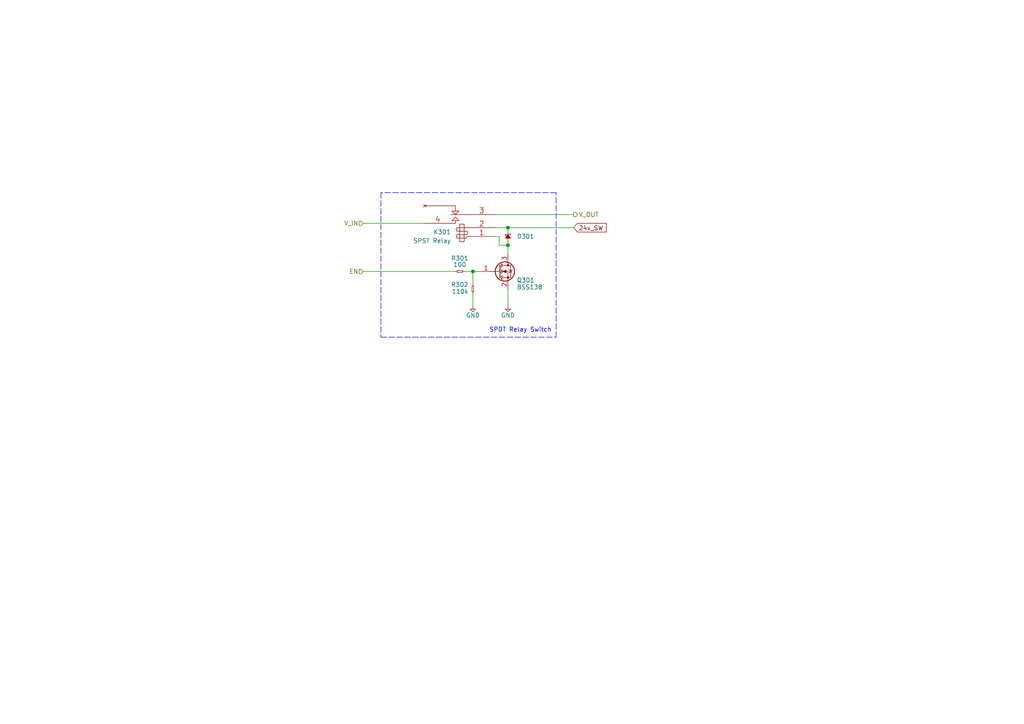
<source format=kicad_sch>
(kicad_sch (version 20211123) (generator eeschema)
  (paper "A4")
  (title_block (title "PROJECT ROYALE") (date "2021-10-23") (rev "1.0") (company "Cambridge University Spaceflight") (comment 1 "Drawn By Henry Franks"))
  (lib_symbols
    (symbol "royale:BSS138" (pin_names hide)
      (property "Reference" "Q" (at 5.08 1.905 0))
      (property "Value" "royale_BSS138" (at 5.08 0 0))
      (symbol "BSS138_0_1"
        (polyline (pts (xy 0.254 0) (xy -2.54 0)))
        (polyline (pts (xy 0.254 1.905) (xy 0.254 -1.905)) (stroke (width 0.254)))
        (polyline (pts (xy 0.762 -1.27) (xy 0.762 -2.286)) (stroke (width 0.254)))
        (polyline (pts (xy 0.762 0.508) (xy 0.762 -0.508)) (stroke (width 0.254)))
        (polyline (pts (xy 0.762 2.286) (xy 0.762 1.27)) (stroke (width 0.254)))
        (polyline (pts (xy 2.54 2.54) (xy 2.54 1.778)))
        (polyline (pts (xy 2.54 -2.54) (xy 2.54 0) (xy 0.762 0)))
        (polyline (pts (xy 0.762 -1.778) (xy 3.302 -1.778) (xy 3.302 1.778) (xy 0.762 1.778)))
        (polyline (pts (xy 1.016 0) (xy 2.032 0.381) (xy 2.032 -0.381) (xy 1.016 0)) (fill (type outline)))
        (polyline (pts (xy 2.794 0.508) (xy 2.921 0.381) (xy 3.683 0.381) (xy 3.81 0.254)))
        (polyline (pts (xy 3.302 0.381) (xy 2.921 -0.254) (xy 3.683 -0.254) (xy 3.302 0.381)))
        (circle (center 1.651 0) (radius 2.794) (stroke (width 0.254)))
        (circle (center 2.54 -1.778) (radius 0.254) (fill (type outline)))
        (circle (center 2.54 1.778) (radius 0.254) (fill (type outline)))
      )
      (symbol "BSS138_1_1"
        (pin input line (at -5.08 0 0) (length 2.54) (name "G") (number "1"))
        (pin passive line (at 2.54 -5.08 90) (length 2.54) (name "S") (number "2"))
        (pin passive line (at 2.54 5.08 270) (length 2.54) (name "D") (number "3"))
      )
    )
    (symbol "royale:Diode_Schottky" (pin_numbers hide) (pin_names (offset 1.016) hide)
      (property "Reference" "D" (at 1.27 1.778 0))
      (symbol "Diode_Schottky_0_1"
        (polyline (pts (xy 0.762 0.762) (xy 0.762 -0.762)))
        (polyline (pts (xy 0.762 -0.762) (xy 1.016 -0.762) (xy 1.016 -0.508)))
        (polyline (pts (xy 0.762 0.762) (xy 0.508 0.762) (xy 0.508 0.508)))
        (polyline (pts (xy 1.778 0.762) (xy 0.762 0) (xy 1.778 -0.762) (xy 1.778 0.762)) (fill (type outline)))
      )
      (symbol "Diode_Schottky_1_1"
        (pin passive line (at 0 0 0) (length 0.762) (name "~") (number "1"))
        (pin passive line (at 2.54 0 180) (length 0.762) (name "~") (number "2"))
      )
    )
    (symbol "royale:GND" (power) (pin_numbers hide) (pin_names (offset 1.016) hide)
      (property "Value" "royale_GND" (at 0 -2.54 0))
      (symbol "GND_0_1"
        (polyline (pts (xy 0 0) (xy 0 -0.762)))
        (polyline (pts (xy -0.762 -0.762) (xy 0.762 -0.762) (xy 0 -1.524) (xy -0.762 -0.762)) (fill (type background)))
      )
      (symbol "GND_1_1"
        (pin power_in line (at 0 0 180) (length 0) hide (name "GND") (number "1"))
      )
    )
    (symbol "royale:R" (pin_numbers hide) (pin_names (offset 1.016) hide)
      (property "Reference" "R" (at 1.27 1.27 0))
      (property "Value" "royale_R" (at 1.27 -1.27 0))
      (symbol "R_0_1"
        (rectangle (start 0.508 0.254) (end 2.032 -0.254) (fill (type background)))
      )
      (symbol "R_1_1"
        (pin passive line (at 0 0 0) (length 0.508) (name "~") (number "1"))
        (pin passive line (at 2.54 0 180) (length 0.508) (name "~") (number "2"))
      )
    )
    (symbol "royale:Relay_SPST" (pin_names (offset 1.016) hide)
      (property "Reference" "K" (at -1.27 10.16 0))
      (property "Value" "Relay_SPST" (at 0 -3.81 0))
      (symbol "Relay_SPST_0_1"
        (polyline (pts (xy -2.54 0) (xy -2.286 0)))
        (polyline (pts (xy -2.54 2.54) (xy -1.27 2.54)))
        (polyline (pts (xy -2.286 0) (xy -1.778 -0.4826)))
        (polyline (pts (xy -2.286 0.7874) (xy -2.286 1.27)))
        (polyline (pts (xy -2.032 0.508) (xy -2.286 0.7874)))
        (polyline (pts (xy -2.032 1.524) (xy -2.286 1.27)))
        (polyline (pts (xy -1.778 -0.4826) (xy -1.27 -0.4826)))
        (polyline (pts (xy -1.27 -1.524) (xy -1.27 3.5814)))
        (polyline (pts (xy -1.27 0.508) (xy -2.032 0.508)))
        (polyline (pts (xy -1.27 0.508) (xy 0 0.508)))
        (polyline (pts (xy -1.27 1.524) (xy -2.032 1.524)))
        (polyline (pts (xy -1.27 2.54) (xy 0 2.54)))
        (polyline (pts (xy -1.27 3.5814) (xy 0 3.5814)))
        (polyline (pts (xy 0 -1.524) (xy -1.27 -1.524)))
        (polyline (pts (xy 0 -0.4826) (xy -1.27 -0.4826)))
        (polyline (pts (xy 0 -0.4826) (xy 0.7366 -0.4826)))
        (polyline (pts (xy 0 0.508) (xy 0.7366 0.508)))
        (polyline (pts (xy 0 1.524) (xy -1.27 1.524)))
        (polyline (pts (xy 0 1.524) (xy 0.7366 1.524)))
        (polyline (pts (xy 0 2.54) (xy 0.7366 2.54)))
        (polyline (pts (xy 0 3.5814) (xy 0 -1.524)))
        (polyline (pts (xy 0.254 4.572) (xy 1.27 5.6134)))
        (polyline (pts (xy 0.254 7.366) (xy 0.9906 7.366)))
        (polyline (pts (xy 0.7366 -0.4826) (xy 0.9906 -0.254)))
        (polyline (pts (xy 0.7366 0.508) (xy 0.9906 0.254)))
        (polyline (pts (xy 0.7366 1.524) (xy 0.9906 1.778)))
        (polyline (pts (xy 0.7366 2.54) (xy 0.9906 2.3114)))
        (polyline (pts (xy 0.9906 -0.254) (xy 0.9906 0.254)))
        (polyline (pts (xy 0.9906 2.3114) (xy 0.9906 1.778)))
        (polyline (pts (xy 0.9906 6.6294) (xy 0.254 7.366)))
        (polyline (pts (xy 0.9906 6.6294) (xy 1.27 6.35)))
        (polyline (pts (xy 0.9906 7.366) (xy 2.2606 7.366)))
        (polyline (pts (xy 1.27 3.81) (xy 1.27 4.572)))
        (polyline (pts (xy 1.27 3.81) (xy 2.54 3.81)))
        (polyline (pts (xy 1.27 5.6134) (xy 2.2606 4.572)))
        (polyline (pts (xy 1.27 6.35) (xy -2.54 6.35)))
        (polyline (pts (xy 1.27 6.35) (xy 1.524 6.35)))
        (polyline (pts (xy 1.27 8.89) (xy 1.27 7.366)))
        (polyline (pts (xy 1.27 8.89) (xy 2.54 8.89)))
        (polyline (pts (xy 1.524 6.35) (xy 2.54 6.35)))
        (polyline (pts (xy 2.2606 4.572) (xy 0.254 4.572)))
        (polyline (pts (xy 2.2606 7.366) (xy 1.27 6.35)))
      )
      (symbol "Relay_SPST_1_1"
        (pin input line (at -10.16 0 0) (length 7.62) (name "~") (number "1"))
        (pin input line (at -10.16 2.54 0) (length 7.62) (name "~") (number "2"))
        (pin passive line (at -10.16 6.35 0) (length 7.62) (name "~") (number "3"))
        (pin passive line (at 10.16 3.81 180) (length 7.62) (name "~") (number "4"))
        (pin no_connect line (at 10.16 8.89 180) (length 7.62) (name "~") (number "~"))
      )
    )
  )
  (junction (at 147.32 66.04))
  (junction (at 137.16 78.74))
  (junction (at 147.32 71.12))
  (wire (pts (xy 166.37 62.23) (xy 143.51 62.23)))
  (wire (pts (xy 105.41 64.77) (xy 123.19 64.77)))
  (wire (pts (xy 137.16 85.09) (xy 137.16 88.9)))
  (wire (pts (xy 105.41 78.74) (xy 132.08 78.74)))
  (wire (pts (xy 144.78 71.12) (xy 144.78 68.58)))
  (wire (pts (xy 134.62 78.74) (xy 137.16 78.74)))
  (wire (pts (xy 147.32 83.82) (xy 147.32 88.9)))
  (polyline (pts (xy 110.49 97.79) (xy 161.29 97.79)))
  (wire (pts (xy 137.16 78.74) (xy 139.7 78.74)))
  (wire (pts (xy 147.32 69.85) (xy 147.32 71.12)))
  (polyline (pts (xy 161.29 55.88) (xy 110.49 55.88)))
  (polyline (pts (xy 110.49 55.88) (xy 110.49 97.79)))
  (polyline (pts (xy 161.29 97.79) (xy 161.29 55.88)))
  (wire (pts (xy 147.32 71.12) (xy 144.78 71.12)))
  (wire (pts (xy 137.16 78.74) (xy 137.16 82.55)))
  (wire (pts (xy 144.78 68.58) (xy 143.51 68.58)))
  (wire (pts (xy 147.32 66.04) (xy 166.37 66.04)))
  (wire (pts (xy 147.32 73.66) (xy 147.32 71.12)))
  (wire (pts (xy 147.32 66.04) (xy 147.32 67.31)))
  (wire (pts (xy 143.51 66.04) (xy 147.32 66.04)))
  (text "SPDT Relay Switch" (at 160.02 96.52 180) (effects (font (size 1.27 1.27)) (justify right bottom)))
  (global_label "24v_SW" (shape input) (at 166.37 66.04 0) (property "Intersheet References" "${INTERSHEET_REFS}" (effects hide)))
  (hierarchical_label "V_IN" (shape input) (at 105.41 64.77 180))
  (hierarchical_label "EN" (shape input) (at 105.41 78.74 180))
  (hierarchical_label "V_OUT" (shape output) (at 166.37 62.23 0))
  (symbol (lib_id "royale:Diode_Schottky") (at 147.32 67.31 270)
    (property "Reference" "D301" (at 149.86 68.58 90) (effects (justify left)))
    (property "Value" "Diode_Schottky" (effects hide))
    (property "Footprint" "royale:D_0402" (effects hide))
  )
  (symbol (lib_id "royale:Relay_SPST") (at 133.35 68.58 0) (mirror y)
    (property "Reference" "K301" (at 130.81 67.31 0) (effects (justify left)))
    (property "Value" "SPST Relay" (at 130.81 69.85 0) (effects (justify left)))
    (property "Footprint" "royale:Relay" (effects hide))
  )
  (symbol (lib_id "royale:BSS138") (at 144.78 78.74 0)
    (property "Reference" "Q301" (at 149.86 81.28 0) (effects (justify left)))
    (property "Value" "BSS138" (at 149.86 82.55 0) (effects (justify left top)))
    (property "Footprint" "royale:BSS138" (effects hide))
    (property "Datasheet" "https://www.onsemi.com/pub/Collateral/BSS138-D.PDF" (effects hide))
  )
  (symbol (lib_id "royale:GND") (at 147.32 88.9 0)
    (property "Reference" "#PWR0302" (effects hide))
    (property "Value" "GND" (at 147.32 91.44 0))
  )
  (symbol (lib_id "royale:R") (at 132.08 78.74 0)
    (property "Reference" "R301" (at 133.35 74.93 0))
    (property "Value" "100" (at 133.35 77.47 0) (effects (justify bottom)))
    (property "Footprint" "royale:R_0402" (effects hide))
  )
  (symbol (lib_id "royale:GND") (at 137.16 88.9 0)
    (property "Reference" "#PWR0301" (effects hide))
    (property "Value" "GND" (at 137.16 91.44 0))
  )
  (symbol (lib_id "royale:R") (at 137.16 82.55 90) (mirror x)
    (property "Reference" "R302" (at 135.89 82.55 90) (effects (justify left)))
    (property "Value" "110k" (at 135.89 83.82 90) (effects (justify left top)))
    (property "Footprint" "royale:R_0402" (effects hide))
  )
)
</source>
